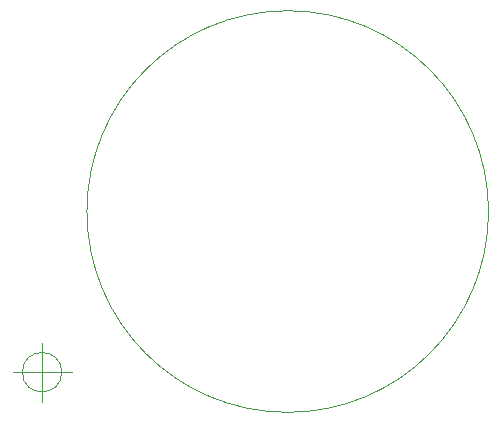
<source format=gbr>
%TF.GenerationSoftware,KiCad,Pcbnew,(6.0.4)*%
%TF.CreationDate,2023-03-17T17:22:40+08:00*%
%TF.ProjectId,ch573beacon,63683537-3362-4656-9163-6f6e2e6b6963,rev?*%
%TF.SameCoordinates,Original*%
%TF.FileFunction,Profile,NP*%
%FSLAX46Y46*%
G04 Gerber Fmt 4.6, Leading zero omitted, Abs format (unit mm)*
G04 Created by KiCad (PCBNEW (6.0.4)) date 2023-03-17 17:22:40*
%MOMM*%
%LPD*%
G01*
G04 APERTURE LIST*
%TA.AperFunction,Profile*%
%ADD10C,0.100000*%
%TD*%
G04 APERTURE END LIST*
D10*
X137600294Y-126200000D02*
G75*
G03*
X137600294Y-126200000I-17000294J0D01*
G01*
X101466666Y-139800000D02*
G75*
G03*
X101466666Y-139800000I-1666666J0D01*
G01*
X97300000Y-139800000D02*
X102300000Y-139800000D01*
X99800000Y-137300000D02*
X99800000Y-142300000D01*
M02*

</source>
